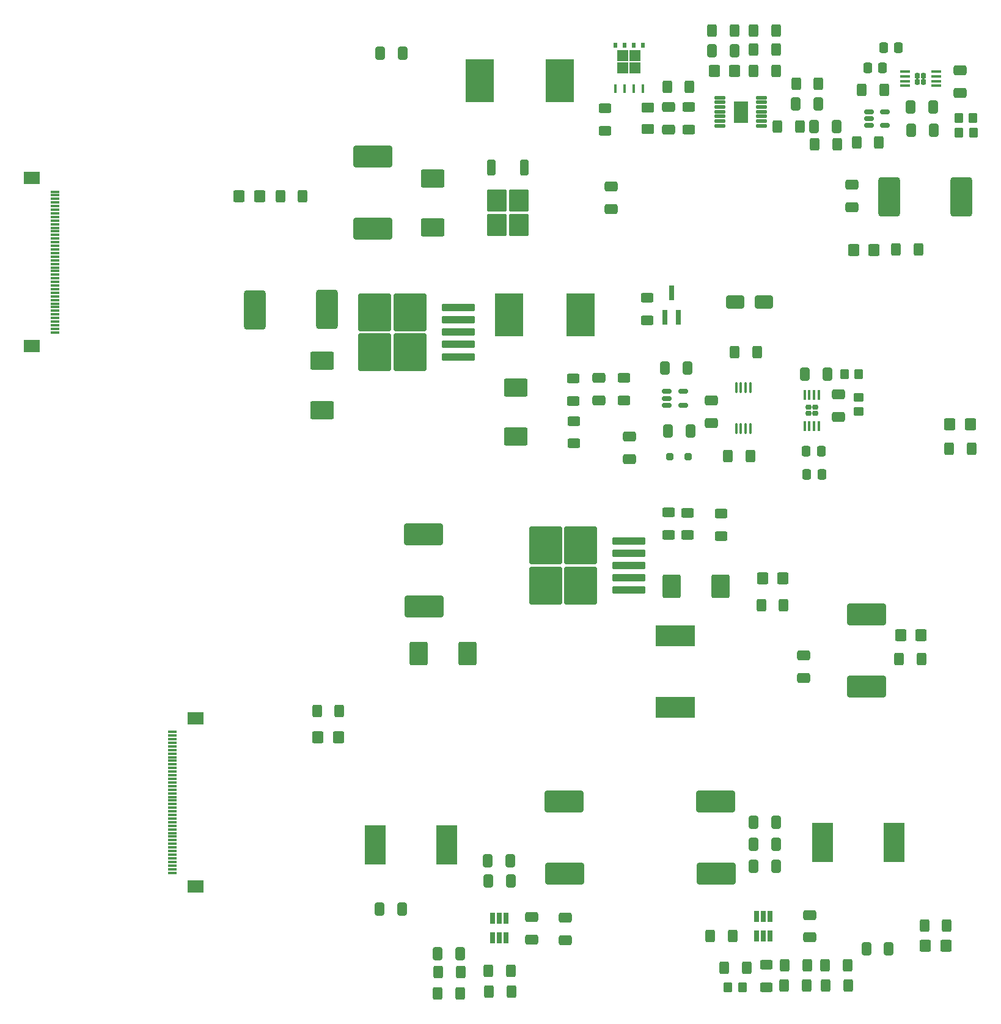
<source format=gbr>
%TF.GenerationSoftware,KiCad,Pcbnew,(7.0.0)*%
%TF.CreationDate,2024-10-30T08:51:02+03:30*%
%TF.ProjectId,tester supply,74657374-6572-4207-9375-70706c792e6b,rev?*%
%TF.SameCoordinates,Original*%
%TF.FileFunction,Paste,Top*%
%TF.FilePolarity,Positive*%
%FSLAX46Y46*%
G04 Gerber Fmt 4.6, Leading zero omitted, Abs format (unit mm)*
G04 Created by KiCad (PCBNEW (7.0.0)) date 2024-10-30 08:51:02*
%MOMM*%
%LPD*%
G01*
G04 APERTURE LIST*
G04 Aperture macros list*
%AMRoundRect*
0 Rectangle with rounded corners*
0 $1 Rounding radius*
0 $2 $3 $4 $5 $6 $7 $8 $9 X,Y pos of 4 corners*
0 Add a 4 corners polygon primitive as box body*
4,1,4,$2,$3,$4,$5,$6,$7,$8,$9,$2,$3,0*
0 Add four circle primitives for the rounded corners*
1,1,$1+$1,$2,$3*
1,1,$1+$1,$4,$5*
1,1,$1+$1,$6,$7*
1,1,$1+$1,$8,$9*
0 Add four rect primitives between the rounded corners*
20,1,$1+$1,$2,$3,$4,$5,0*
20,1,$1+$1,$4,$5,$6,$7,0*
20,1,$1+$1,$6,$7,$8,$9,0*
20,1,$1+$1,$8,$9,$2,$3,0*%
G04 Aperture macros list end*
%ADD10C,0.010000*%
%ADD11R,1.300000X0.300000*%
%ADD12R,2.200000X1.800000*%
%ADD13RoundRect,0.250000X0.625000X-0.400000X0.625000X0.400000X-0.625000X0.400000X-0.625000X-0.400000X0*%
%ADD14RoundRect,0.250000X-1.400000X-1.000000X1.400000X-1.000000X1.400000X1.000000X-1.400000X1.000000X0*%
%ADD15RoundRect,0.250000X0.400000X0.625000X-0.400000X0.625000X-0.400000X-0.625000X0.400000X-0.625000X0*%
%ADD16RoundRect,0.250000X1.000000X-1.400000X1.000000X1.400000X-1.000000X1.400000X-1.000000X-1.400000X0*%
%ADD17RoundRect,0.250000X-0.350000X-0.450000X0.350000X-0.450000X0.350000X0.450000X-0.350000X0.450000X0*%
%ADD18RoundRect,0.357000X2.368000X-1.143000X2.368000X1.143000X-2.368000X1.143000X-2.368000X-1.143000X0*%
%ADD19RoundRect,0.100000X-0.100000X0.637500X-0.100000X-0.637500X0.100000X-0.637500X0.100000X0.637500X0*%
%ADD20RoundRect,0.250000X0.550000X0.575000X-0.550000X0.575000X-0.550000X-0.575000X0.550000X-0.575000X0*%
%ADD21RoundRect,0.250000X-0.550000X-0.575000X0.550000X-0.575000X0.550000X0.575000X-0.550000X0.575000X0*%
%ADD22RoundRect,0.250000X-0.412500X-0.650000X0.412500X-0.650000X0.412500X0.650000X-0.412500X0.650000X0*%
%ADD23R,0.700000X2.000000*%
%ADD24RoundRect,0.250000X-0.400000X-0.625000X0.400000X-0.625000X0.400000X0.625000X-0.400000X0.625000X0*%
%ADD25RoundRect,0.250000X-0.337500X-0.475000X0.337500X-0.475000X0.337500X0.475000X-0.337500X0.475000X0*%
%ADD26RoundRect,0.150000X-0.512500X-0.150000X0.512500X-0.150000X0.512500X0.150000X-0.512500X0.150000X0*%
%ADD27RoundRect,0.250000X0.412500X0.650000X-0.412500X0.650000X-0.412500X-0.650000X0.412500X-0.650000X0*%
%ADD28RoundRect,0.250000X-0.650000X0.412500X-0.650000X-0.412500X0.650000X-0.412500X0.650000X0.412500X0*%
%ADD29R,2.900000X5.400000*%
%ADD30RoundRect,0.250000X-0.350000X0.850000X-0.350000X-0.850000X0.350000X-0.850000X0.350000X0.850000X0*%
%ADD31RoundRect,0.250000X-1.125000X1.275000X-1.125000X-1.275000X1.125000X-1.275000X1.125000X1.275000X0*%
%ADD32RoundRect,0.250000X0.250000X0.250000X-0.250000X0.250000X-0.250000X-0.250000X0.250000X-0.250000X0*%
%ADD33R,4.000000X6.000000*%
%ADD34RoundRect,0.250000X-0.625000X0.400000X-0.625000X-0.400000X0.625000X-0.400000X0.625000X0.400000X0*%
%ADD35RoundRect,0.250000X2.050000X0.300000X-2.050000X0.300000X-2.050000X-0.300000X2.050000X-0.300000X0*%
%ADD36RoundRect,0.250000X2.025000X2.375000X-2.025000X2.375000X-2.025000X-2.375000X2.025000X-2.375000X0*%
%ADD37RoundRect,0.250001X0.624999X-0.462499X0.624999X0.462499X-0.624999X0.462499X-0.624999X-0.462499X0*%
%ADD38RoundRect,0.250000X0.650000X-0.412500X0.650000X0.412500X-0.650000X0.412500X-0.650000X-0.412500X0*%
%ADD39RoundRect,0.180000X0.180000X0.205000X-0.180000X0.205000X-0.180000X-0.205000X0.180000X-0.205000X0*%
%ADD40RoundRect,0.100000X0.612500X0.100000X-0.612500X0.100000X-0.612500X-0.100000X0.612500X-0.100000X0*%
%ADD41RoundRect,0.250000X-1.000000X-0.650000X1.000000X-0.650000X1.000000X0.650000X-1.000000X0.650000X0*%
%ADD42RoundRect,0.250000X0.337500X0.475000X-0.337500X0.475000X-0.337500X-0.475000X0.337500X-0.475000X0*%
%ADD43RoundRect,0.180000X-0.205000X0.180000X-0.205000X-0.180000X0.205000X-0.180000X0.205000X0.180000X0*%
%ADD44RoundRect,0.100000X-0.100000X0.612500X-0.100000X-0.612500X0.100000X-0.612500X0.100000X0.612500X0*%
%ADD45R,0.650000X1.560000*%
%ADD46RoundRect,0.250000X0.350000X0.450000X-0.350000X0.450000X-0.350000X-0.450000X0.350000X-0.450000X0*%
%ADD47RoundRect,0.250000X-1.000000X1.400000X-1.000000X-1.400000X1.000000X-1.400000X1.000000X1.400000X0*%
%ADD48RoundRect,0.357000X1.143000X2.368000X-1.143000X2.368000X-1.143000X-2.368000X1.143000X-2.368000X0*%
%ADD49RoundRect,0.250000X-0.450000X0.350000X-0.450000X-0.350000X0.450000X-0.350000X0.450000X0.350000X0*%
%ADD50R,5.400000X2.900000*%
%ADD51R,1.500000X1.500000*%
%ADD52R,0.500000X0.750000*%
%ADD53R,0.450000X1.200000*%
%ADD54RoundRect,0.056250X-0.693750X-0.168750X0.693750X-0.168750X0.693750X0.168750X-0.693750X0.168750X0*%
%ADD55RoundRect,0.250000X1.400000X1.000000X-1.400000X1.000000X-1.400000X-1.000000X1.400000X-1.000000X0*%
G04 APERTURE END LIST*
%TO.C,U1*%
G36*
X229090000Y-43270000D02*
G01*
X227270000Y-43270000D01*
X227270000Y-40410000D01*
X229090000Y-40410000D01*
X229090000Y-43270000D01*
G37*
D10*
X229090000Y-43270000D02*
X227270000Y-43270000D01*
X227270000Y-40410000D01*
X229090000Y-40410000D01*
X229090000Y-43270000D01*
%TD*%
D11*
%TO.C,J2*%
X149439999Y-127739999D03*
X149439999Y-128239999D03*
X149439999Y-128739999D03*
X149439999Y-129239999D03*
X149439999Y-129739999D03*
X149439999Y-130239999D03*
X149439999Y-130739999D03*
X149439999Y-131239999D03*
X149439999Y-131739999D03*
X149439999Y-132239999D03*
X149439999Y-132739999D03*
X149439999Y-133239999D03*
X149439999Y-133739999D03*
X149439999Y-134239999D03*
X149439999Y-134739999D03*
X149439999Y-135239999D03*
X149439999Y-135739999D03*
X149439999Y-136239999D03*
X149439999Y-136739999D03*
X149439999Y-137239999D03*
X149439999Y-137739999D03*
X149439999Y-138239999D03*
X149439999Y-138739999D03*
X149439999Y-139239999D03*
X149439999Y-139739999D03*
X149439999Y-140239999D03*
X149439999Y-140739999D03*
X149439999Y-141239999D03*
X149439999Y-141739999D03*
X149439999Y-142239999D03*
X149439999Y-142739999D03*
X149439999Y-143239999D03*
X149439999Y-143739999D03*
X149439999Y-144239999D03*
X149439999Y-144739999D03*
X149439999Y-145239999D03*
X149439999Y-145739999D03*
X149439999Y-146239999D03*
X149439999Y-146739999D03*
X149439999Y-147239999D03*
D12*
X152689999Y-149139999D03*
X152689999Y-125839999D03*
%TD*%
D11*
%TO.C,J2*%
X133219999Y-72419999D03*
X133219999Y-71919999D03*
X133219999Y-71419999D03*
X133219999Y-70919999D03*
X133219999Y-70419999D03*
X133219999Y-69919999D03*
X133219999Y-69419999D03*
X133219999Y-68919999D03*
X133219999Y-68419999D03*
X133219999Y-67919999D03*
X133219999Y-67419999D03*
X133219999Y-66919999D03*
X133219999Y-66419999D03*
X133219999Y-65919999D03*
X133219999Y-65419999D03*
X133219999Y-64919999D03*
X133219999Y-64419999D03*
X133219999Y-63919999D03*
X133219999Y-63419999D03*
X133219999Y-62919999D03*
X133219999Y-62419999D03*
X133219999Y-61919999D03*
X133219999Y-61419999D03*
X133219999Y-60919999D03*
X133219999Y-60419999D03*
X133219999Y-59919999D03*
X133219999Y-59419999D03*
X133219999Y-58919999D03*
X133219999Y-58419999D03*
X133219999Y-57919999D03*
X133219999Y-57419999D03*
X133219999Y-56919999D03*
X133219999Y-56419999D03*
X133219999Y-55919999D03*
X133219999Y-55419999D03*
X133219999Y-54919999D03*
X133219999Y-54419999D03*
X133219999Y-53919999D03*
X133219999Y-53419999D03*
X133219999Y-52919999D03*
D12*
X129969999Y-51019999D03*
X129969999Y-74319999D03*
%TD*%
D13*
%TO.C,R14*%
X218220000Y-100460000D03*
X218220000Y-97360000D03*
%TD*%
D14*
%TO.C,D15*%
X185510000Y-51070000D03*
X185510000Y-57870000D03*
%TD*%
D15*
%TO.C,R7*%
X233100000Y-36197500D03*
X230000000Y-36197500D03*
%TD*%
D16*
%TO.C,D6*%
X218600000Y-107610000D03*
X225400000Y-107610000D03*
%TD*%
D17*
%TO.C,R45*%
X242550000Y-78230000D03*
X244550000Y-78230000D03*
%TD*%
D18*
%TO.C,J5*%
X245640000Y-121435000D03*
X245590000Y-111460000D03*
%TD*%
D19*
%TO.C,U6*%
X229505000Y-80027500D03*
X228855000Y-80027500D03*
X228205000Y-80027500D03*
X227555000Y-80027500D03*
X227555000Y-85752500D03*
X228205000Y-85752500D03*
X228855000Y-85752500D03*
X229505000Y-85752500D03*
%TD*%
D20*
%TO.C,D4*%
X227375000Y-36197500D03*
X224525000Y-36197500D03*
%TD*%
D21*
%TO.C,D8*%
X169595000Y-128500000D03*
X172445000Y-128500000D03*
%TD*%
D22*
%TO.C,C18*%
X251807500Y-44380000D03*
X254932500Y-44380000D03*
%TD*%
D23*
%TO.C,Q2*%
X217679999Y-70359999D03*
X219579999Y-70359999D03*
X218629999Y-66959999D03*
%TD*%
D24*
%TO.C,R2*%
X230000000Y-30597500D03*
X233100000Y-30597500D03*
%TD*%
D25*
%TO.C,C38*%
X247962500Y-32980000D03*
X250037500Y-32980000D03*
%TD*%
D21*
%TO.C,D11*%
X257155000Y-85170000D03*
X260005000Y-85170000D03*
%TD*%
D22*
%TO.C,C36*%
X186200000Y-158420000D03*
X189325000Y-158420000D03*
%TD*%
D26*
%TO.C,U5*%
X245930000Y-41830000D03*
X245930000Y-42780000D03*
X245930000Y-43730000D03*
X248205000Y-43730000D03*
X248205000Y-41830000D03*
%TD*%
D27*
%TO.C,C49*%
X240202500Y-78220000D03*
X237077500Y-78220000D03*
%TD*%
D28*
%TO.C,C48*%
X241770000Y-80957500D03*
X241770000Y-84082500D03*
%TD*%
D29*
%TO.C,L5*%
X239519999Y-143029999D03*
X249419999Y-143029999D03*
%TD*%
D14*
%TO.C,D5*%
X197030000Y-80032500D03*
X197030000Y-86832500D03*
%TD*%
D22*
%TO.C,C23*%
X178177500Y-152260000D03*
X181302500Y-152260000D03*
%TD*%
D15*
%TO.C,R32*%
X189312500Y-163940000D03*
X186212500Y-163940000D03*
%TD*%
D30*
%TO.C,D9*%
X198230000Y-49547500D03*
D31*
X197475000Y-54172500D03*
X194425000Y-54172500D03*
X197475000Y-57522500D03*
X194425000Y-57522500D03*
D30*
X193670000Y-49547500D03*
%TD*%
D32*
%TO.C,D16*%
X220860000Y-89610000D03*
X218360000Y-89610000D03*
%TD*%
D33*
%TO.C,L3*%
X192059999Y-37529999D03*
X203159999Y-37529999D03*
%TD*%
D34*
%TO.C,R36*%
X231730000Y-159990000D03*
X231730000Y-163090000D03*
%TD*%
D35*
%TO.C,U3*%
X189065000Y-75782246D03*
X189065000Y-74082246D03*
X189065000Y-72382246D03*
D36*
X182340000Y-75157246D03*
X182340000Y-69607246D03*
X177490000Y-75157246D03*
X177490000Y-69607246D03*
D35*
X189065000Y-70682246D03*
X189065000Y-68982246D03*
%TD*%
D15*
%TO.C,R26*%
X252800000Y-60910000D03*
X249700000Y-60910000D03*
%TD*%
D24*
%TO.C,R6*%
X233300000Y-43880000D03*
X236400000Y-43880000D03*
%TD*%
D37*
%TO.C,R11*%
X215350000Y-44235000D03*
X215350000Y-41260000D03*
%TD*%
D15*
%TO.C,R40*%
X242990000Y-160040000D03*
X239890000Y-160040000D03*
%TD*%
D22*
%TO.C,C31*%
X229970000Y-140270000D03*
X233095000Y-140270000D03*
%TD*%
D15*
%TO.C,R41*%
X237320000Y-162890000D03*
X234220000Y-162890000D03*
%TD*%
%TO.C,R33*%
X227050000Y-156030000D03*
X223950000Y-156030000D03*
%TD*%
D20*
%TO.C,D10*%
X234065000Y-106430000D03*
X231215000Y-106430000D03*
%TD*%
D27*
%TO.C,C42*%
X254832500Y-41200000D03*
X251707500Y-41200000D03*
%TD*%
D22*
%TO.C,C10*%
X217657500Y-77340000D03*
X220782500Y-77340000D03*
%TD*%
D28*
%TO.C,C17*%
X203890000Y-153457500D03*
X203890000Y-156582500D03*
%TD*%
D34*
%TO.C,R30*%
X215230000Y-67620000D03*
X215230000Y-70720000D03*
%TD*%
D21*
%TO.C,D12*%
X158685000Y-53590000D03*
X161535000Y-53590000D03*
%TD*%
D17*
%TO.C,R46*%
X258380000Y-42720000D03*
X260380000Y-42720000D03*
%TD*%
D26*
%TO.C,U4*%
X217942500Y-80600000D03*
X217942500Y-81550000D03*
X217942500Y-82500000D03*
X220217500Y-82500000D03*
X220217500Y-80600000D03*
%TD*%
D34*
%TO.C,R13*%
X220820000Y-97380000D03*
X220820000Y-100480000D03*
%TD*%
D28*
%TO.C,C47*%
X236920000Y-117125000D03*
X236920000Y-120250000D03*
%TD*%
D38*
%TO.C,C21*%
X199220000Y-156522500D03*
X199220000Y-153397500D03*
%TD*%
D15*
%TO.C,R42*%
X243060000Y-162860000D03*
X239960000Y-162860000D03*
%TD*%
%TO.C,R37*%
X237410000Y-160070000D03*
X234310000Y-160070000D03*
%TD*%
%TO.C,R28*%
X247340000Y-46100000D03*
X244240000Y-46100000D03*
%TD*%
D38*
%TO.C,C14*%
X218150000Y-44310000D03*
X218150000Y-41185000D03*
%TD*%
%TO.C,C33*%
X237760000Y-156212500D03*
X237760000Y-153087500D03*
%TD*%
D39*
%TO.C,U10*%
X253522500Y-37755000D03*
X253522500Y-36835000D03*
X252662500Y-37755000D03*
X252662500Y-36835000D03*
D40*
X255255000Y-38270000D03*
X255255000Y-37620000D03*
X255255000Y-36970000D03*
X255255000Y-36320000D03*
X250930000Y-36320000D03*
X250930000Y-36970000D03*
X250930000Y-37620000D03*
X250930000Y-38270000D03*
%TD*%
D18*
%TO.C,J4*%
X184310000Y-110337500D03*
X184260000Y-100362500D03*
%TD*%
D24*
%TO.C,R18*%
X250140000Y-117650000D03*
X253240000Y-117650000D03*
%TD*%
D41*
%TO.C,D14*%
X227422500Y-68190000D03*
X231422500Y-68190000D03*
%TD*%
D24*
%TO.C,R31*%
X186272500Y-160960000D03*
X189372500Y-160960000D03*
%TD*%
D34*
%TO.C,R16*%
X205000000Y-78810000D03*
X205000000Y-81910000D03*
%TD*%
D21*
%TO.C,D1*%
X253750000Y-157320000D03*
X256600000Y-157320000D03*
%TD*%
D24*
%TO.C,R24*%
X193240000Y-160850000D03*
X196340000Y-160850000D03*
%TD*%
D18*
%TO.C,J12*%
X224760000Y-147377500D03*
X224710000Y-137402500D03*
%TD*%
D13*
%TO.C,R9*%
X212000000Y-81800000D03*
X212000000Y-78700000D03*
%TD*%
D38*
%TO.C,C30*%
X210220000Y-55315000D03*
X210220000Y-52190000D03*
%TD*%
D28*
%TO.C,C20*%
X208510000Y-78727500D03*
X208510000Y-81852500D03*
%TD*%
D42*
%TO.C,C39*%
X239437500Y-92080000D03*
X237362500Y-92080000D03*
%TD*%
D43*
%TO.C,U8*%
X238490000Y-82780000D03*
X237570000Y-82780000D03*
X238490000Y-83640000D03*
X237570000Y-83640000D03*
D44*
X239005000Y-81047500D03*
X238355000Y-81047500D03*
X237705000Y-81047500D03*
X237055000Y-81047500D03*
X237055000Y-85372500D03*
X237705000Y-85372500D03*
X238355000Y-85372500D03*
X239005000Y-85372500D03*
%TD*%
D45*
%TO.C,U7*%
X195699999Y-153559999D03*
X194749999Y-153559999D03*
X193799999Y-153559999D03*
X193799999Y-156259999D03*
X194749999Y-156259999D03*
X195699999Y-156259999D03*
%TD*%
D34*
%TO.C,R8*%
X220950000Y-41197500D03*
X220950000Y-44297500D03*
%TD*%
D24*
%TO.C,R27*%
X244987500Y-38830000D03*
X248087500Y-38830000D03*
%TD*%
D46*
%TO.C,R47*%
X260400000Y-44780000D03*
X258400000Y-44780000D03*
%TD*%
D15*
%TO.C,R22*%
X260180000Y-88490000D03*
X257080000Y-88490000D03*
%TD*%
D38*
%TO.C,C19*%
X224140000Y-84932500D03*
X224140000Y-81807500D03*
%TD*%
D24*
%TO.C,R4*%
X235860000Y-37990000D03*
X238960000Y-37990000D03*
%TD*%
D15*
%TO.C,R39*%
X229530000Y-89510000D03*
X226430000Y-89510000D03*
%TD*%
D20*
%TO.C,D7*%
X253185000Y-114360000D03*
X250335000Y-114360000D03*
%TD*%
D27*
%TO.C,C35*%
X248712500Y-157740000D03*
X245587500Y-157740000D03*
%TD*%
D13*
%TO.C,R12*%
X225470000Y-100600000D03*
X225470000Y-97500000D03*
%TD*%
D21*
%TO.C,D13*%
X243815000Y-60990000D03*
X246665000Y-60990000D03*
%TD*%
D24*
%TO.C,R1*%
X224200000Y-30597500D03*
X227300000Y-30597500D03*
%TD*%
D45*
%TO.C,U11*%
X232269999Y-153329999D03*
X231319999Y-153329999D03*
X230369999Y-153329999D03*
X230369999Y-156029999D03*
X231319999Y-156029999D03*
X232269999Y-156029999D03*
%TD*%
D35*
%TO.C,U2*%
X212710000Y-108070000D03*
X212710000Y-106370000D03*
X212710000Y-104670000D03*
D36*
X205985000Y-107445000D03*
X205985000Y-101895000D03*
X201135000Y-107445000D03*
X201135000Y-101895000D03*
D35*
X212710000Y-102970000D03*
X212710000Y-101270000D03*
%TD*%
D47*
%TO.C,D3*%
X190370000Y-116850000D03*
X183570000Y-116850000D03*
%TD*%
D24*
%TO.C,R19*%
X169490000Y-124880000D03*
X172590000Y-124880000D03*
%TD*%
D48*
%TO.C,J9*%
X258717500Y-53600000D03*
X248742500Y-53650000D03*
%TD*%
D49*
%TO.C,R44*%
X244530000Y-81380000D03*
X244530000Y-83380000D03*
%TD*%
D27*
%TO.C,C1*%
X227312500Y-33397500D03*
X224187500Y-33397500D03*
%TD*%
D50*
%TO.C,L2*%
X219149999Y-114412753D03*
X219149999Y-124312753D03*
%TD*%
D24*
%TO.C,R20*%
X231030000Y-110190000D03*
X234130000Y-110190000D03*
%TD*%
D15*
%TO.C,R23*%
X167510000Y-53540000D03*
X164410000Y-53540000D03*
%TD*%
%TO.C,R29*%
X241550000Y-46380000D03*
X238450000Y-46380000D03*
%TD*%
D13*
%TO.C,R15*%
X209350000Y-44497500D03*
X209350000Y-41397500D03*
%TD*%
D22*
%TO.C,C16*%
X193230000Y-148380000D03*
X196355000Y-148380000D03*
%TD*%
D24*
%TO.C,R3*%
X230000000Y-33197500D03*
X233100000Y-33197500D03*
%TD*%
D38*
%TO.C,C32*%
X243550000Y-55102500D03*
X243550000Y-51977500D03*
%TD*%
D42*
%TO.C,C37*%
X239337500Y-88880000D03*
X237262500Y-88880000D03*
%TD*%
D28*
%TO.C,C44*%
X212780000Y-86807500D03*
X212780000Y-89932500D03*
%TD*%
D29*
%TO.C,L4*%
X187472499Y-143349999D03*
X177572499Y-143349999D03*
%TD*%
D15*
%TO.C,R25*%
X196390000Y-163740000D03*
X193290000Y-163740000D03*
%TD*%
D22*
%TO.C,C9*%
X238357500Y-43920000D03*
X241482500Y-43920000D03*
%TD*%
%TO.C,C27*%
X229940000Y-143320000D03*
X233065000Y-143320000D03*
%TD*%
D42*
%TO.C,C40*%
X247837500Y-35780000D03*
X245762500Y-35780000D03*
%TD*%
D24*
%TO.C,R21*%
X227350000Y-75130000D03*
X230450000Y-75130000D03*
%TD*%
D51*
%TO.C,Q1*%
X211864999Y-35747499D03*
X213564999Y-35747499D03*
X211864999Y-34047499D03*
X213564999Y-34047499D03*
D52*
X210809999Y-32642499D03*
X212079999Y-32642499D03*
X213349999Y-32642499D03*
X214619999Y-32642499D03*
D53*
X210809999Y-38672499D03*
X212079999Y-38672499D03*
X213349999Y-38672499D03*
X214619999Y-38672499D03*
%TD*%
D27*
%TO.C,C43*%
X221202500Y-86060000D03*
X218077500Y-86060000D03*
%TD*%
D48*
%TO.C,J3*%
X170857500Y-69230000D03*
X160882500Y-69280000D03*
%TD*%
D33*
%TO.C,L1*%
X196089999Y-69959999D03*
X205989999Y-69959999D03*
%TD*%
D18*
%TO.C,J1*%
X177250000Y-58037500D03*
X177200000Y-48062500D03*
%TD*%
D24*
%TO.C,R38*%
X253650000Y-154570000D03*
X256750000Y-154570000D03*
%TD*%
D34*
%TO.C,R17*%
X205100000Y-84670000D03*
X205100000Y-87770000D03*
%TD*%
D46*
%TO.C,R35*%
X228430000Y-163090000D03*
X226430000Y-163090000D03*
%TD*%
D22*
%TO.C,C29*%
X229940000Y-146370000D03*
X233065000Y-146370000D03*
%TD*%
D54*
%TO.C,U1*%
X225280000Y-39890000D03*
X225280000Y-40540000D03*
X225280000Y-41190000D03*
X225280000Y-41840000D03*
X225280000Y-42490000D03*
X225280000Y-43140000D03*
X225280000Y-43790000D03*
X231080000Y-43790000D03*
X231080000Y-43140000D03*
X231080000Y-42490000D03*
X231080000Y-41840000D03*
X231080000Y-41190000D03*
X231080000Y-40540000D03*
X231080000Y-39890000D03*
%TD*%
D55*
%TO.C,D2*%
X170150000Y-83150000D03*
X170150000Y-76350000D03*
%TD*%
D15*
%TO.C,R10*%
X221090000Y-38390000D03*
X217990000Y-38390000D03*
%TD*%
D27*
%TO.C,C3*%
X238952500Y-40740000D03*
X235827500Y-40740000D03*
%TD*%
D18*
%TO.C,J7*%
X203760000Y-147377500D03*
X203710000Y-137402500D03*
%TD*%
D22*
%TO.C,C15*%
X193160000Y-145550000D03*
X196285000Y-145550000D03*
%TD*%
D27*
%TO.C,C2*%
X181350000Y-33747500D03*
X178225000Y-33747500D03*
%TD*%
D38*
%TO.C,C41*%
X258610000Y-39272500D03*
X258610000Y-36147500D03*
%TD*%
D24*
%TO.C,R34*%
X225930000Y-160390000D03*
X229030000Y-160390000D03*
%TD*%
M02*

</source>
